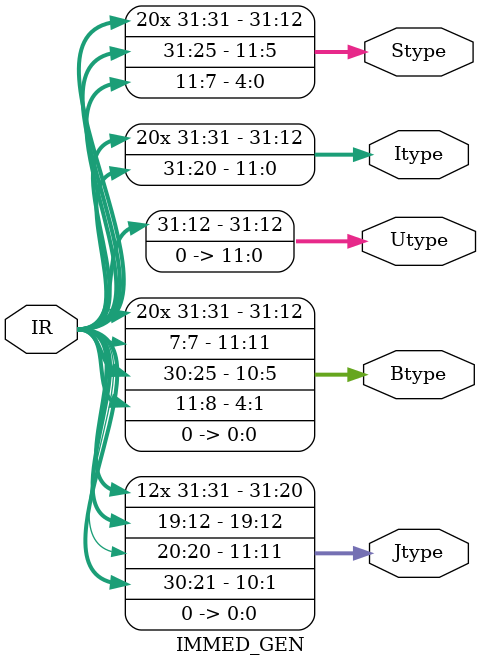
<source format=sv>
`timescale 1ns / 1ps
 

module IMMED_GEN(
    input [31:0] IR,
    output [31:0] Jtype,
    output [31:0] Btype,
    output [31:0] Utype,
    output [31:0] Itype,
    output [31:0] Stype
    );
    //used manual to assign each type
    assign Itype = {{21{IR[31]}}, IR[30:25], IR[24:20]};
    assign Stype = {{21{IR[31]}}, IR[30:25], IR[11:7]};  
    assign Btype = {{20{IR[31]}}, IR[7], IR[30:25], IR[11:8], 1'b0};
    assign Utype = {IR[31:12], 12'b0};
    assign Jtype = {{12{IR[31]}}, IR[19:12], IR[20], IR[30:21], 1'b0};
       
endmodule
</source>
